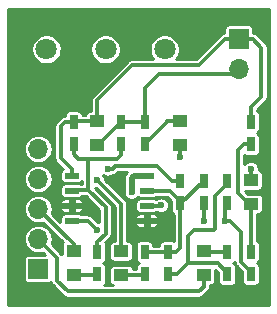
<source format=gtl>
G04 #@! TF.FileFunction,Copper,L1,Top,Signal*
%FSLAX46Y46*%
G04 Gerber Fmt 4.6, Leading zero omitted, Abs format (unit mm)*
G04 Created by KiCad (PCBNEW 4.0.4-1.fc24-product) date Tue Jun 12 13:44:11 2018*
%MOMM*%
%LPD*%
G01*
G04 APERTURE LIST*
%ADD10C,0.100000*%
%ADD11R,1.143000X0.508000*%
%ADD12R,0.750000X1.200000*%
%ADD13C,1.800000*%
%ADD14R,1.250000X1.000000*%
%ADD15R,1.700000X1.700000*%
%ADD16O,1.700000X1.700000*%
%ADD17C,0.600000*%
%ADD18C,0.300000*%
%ADD19C,0.500000*%
%ADD20C,0.250000*%
G04 APERTURE END LIST*
D10*
D11*
X157175000Y-100595000D03*
X157175000Y-101865000D03*
X157175000Y-103135000D03*
X157175000Y-104405000D03*
X150825000Y-104405000D03*
X150825000Y-103135000D03*
X150825000Y-101865000D03*
X150825000Y-100595000D03*
D12*
X159000000Y-107050000D03*
X159000000Y-108950000D03*
X157000000Y-108950000D03*
X157000000Y-107050000D03*
D13*
X158700000Y-89900000D03*
X153700000Y-89900000D03*
X148700000Y-89900000D03*
D12*
X151000000Y-97950000D03*
X151000000Y-96050000D03*
D14*
X153000000Y-96000000D03*
X153000000Y-98000000D03*
D12*
X155000000Y-96050000D03*
X155000000Y-97950000D03*
X157000000Y-96050000D03*
X157000000Y-97950000D03*
X164000000Y-101050000D03*
X164000000Y-102950000D03*
D14*
X160000000Y-96000000D03*
X160000000Y-98000000D03*
D12*
X160000000Y-101050000D03*
X160000000Y-102950000D03*
X162000000Y-102950000D03*
X162000000Y-101050000D03*
D14*
X166000000Y-103000000D03*
X166000000Y-101000000D03*
D12*
X164000000Y-108950000D03*
X164000000Y-107050000D03*
X166000000Y-97950000D03*
X166000000Y-96050000D03*
D15*
X165000000Y-89000000D03*
D16*
X165000000Y-91540000D03*
D15*
X148000000Y-108500000D03*
D16*
X148000000Y-105960000D03*
X148000000Y-103420000D03*
X148000000Y-100880000D03*
X148000000Y-98340000D03*
D14*
X151000000Y-109000000D03*
X151000000Y-107000000D03*
X162000000Y-107000000D03*
X162000000Y-109000000D03*
X155000000Y-109000000D03*
X155000000Y-107000000D03*
D12*
X153000000Y-107050000D03*
X153000000Y-108950000D03*
X166000000Y-108950000D03*
X166000000Y-107050000D03*
D17*
X166000000Y-99999988D03*
X152959990Y-105159990D03*
X160000000Y-99000000D03*
X155900000Y-102000000D03*
X153900000Y-100000000D03*
X158400000Y-103100000D03*
X163800000Y-104400000D03*
X162000000Y-104400000D03*
X155900000Y-105500000D03*
X155900000Y-103200000D03*
X151900000Y-103200000D03*
X153000000Y-101000000D03*
D18*
X148000000Y-103420000D02*
X151000000Y-106420000D01*
X151000000Y-106420000D02*
X151000000Y-107000000D01*
X157000000Y-97950000D02*
X158900000Y-96050000D01*
X158900000Y-96050000D02*
X158900000Y-96000000D01*
X158900000Y-96000000D02*
X160000000Y-96000000D01*
X157000000Y-97950000D02*
X157050000Y-97950000D01*
X164000000Y-107050000D02*
X162050000Y-107050000D01*
X162050000Y-107050000D02*
X162000000Y-107000000D01*
X163950000Y-107000000D02*
X164000000Y-107050000D01*
X166000000Y-101000000D02*
X166000000Y-99999988D01*
X152238500Y-101800000D02*
X153700000Y-103261500D01*
X153700000Y-103261500D02*
X153700000Y-105500000D01*
X153700000Y-105500000D02*
X153000000Y-106200000D01*
X153000000Y-106200000D02*
X153000000Y-107050000D01*
X154650000Y-99200000D02*
X152300000Y-99200000D01*
X152300000Y-99200000D02*
X151400000Y-99200000D01*
X152238500Y-101800000D02*
X152238500Y-99261500D01*
X152238500Y-99261500D02*
X152300000Y-99200000D01*
X150825000Y-101865000D02*
X150835000Y-101865000D01*
X150835000Y-101865000D02*
X150900000Y-101800000D01*
X150900000Y-101800000D02*
X152238500Y-101800000D01*
X151000000Y-98800000D02*
X151000000Y-97950000D01*
X151400000Y-99200000D02*
X151000000Y-98800000D01*
X154650000Y-99200000D02*
X155000000Y-98850000D01*
X155000000Y-98850000D02*
X155000000Y-97950000D01*
X155000000Y-97950000D02*
X155000000Y-98200000D01*
X152659991Y-104859991D02*
X152959990Y-105159990D01*
X152205000Y-104405000D02*
X152659991Y-104859991D01*
X150825000Y-104405000D02*
X152205000Y-104405000D01*
X160000000Y-98000000D02*
X160000000Y-99000000D01*
D19*
X155900000Y-101575736D02*
X155900000Y-102000000D01*
X155900000Y-100798500D02*
X155900000Y-101575736D01*
X157175000Y-100595000D02*
X156103500Y-100595000D01*
X156103500Y-100595000D02*
X155900000Y-100798500D01*
D18*
X160000000Y-101050000D02*
X159325000Y-101050000D01*
X154524264Y-99800000D02*
X154324264Y-100000000D01*
X159325000Y-101050000D02*
X158075000Y-99800000D01*
X158075000Y-99800000D02*
X154524264Y-99800000D01*
X154324264Y-100000000D02*
X153900000Y-100000000D01*
X158365000Y-103135000D02*
X158400000Y-103100000D01*
X157175000Y-103135000D02*
X158365000Y-103135000D01*
X163800000Y-104400000D02*
X164224264Y-104400000D01*
X164224264Y-104400000D02*
X165184999Y-105360735D01*
X165184999Y-105360735D02*
X165184999Y-107909999D01*
X165184999Y-107909999D02*
X166000000Y-108725000D01*
X166000000Y-108725000D02*
X166000000Y-108950000D01*
X163800000Y-104400000D02*
X163800000Y-103150000D01*
X163800000Y-103150000D02*
X164000000Y-102950000D01*
X162000000Y-102950000D02*
X162000000Y-104400000D01*
X150825000Y-103135000D02*
X151835000Y-103135000D01*
X151835000Y-103135000D02*
X151900000Y-103200000D01*
D19*
X157175000Y-104405000D02*
X156857500Y-104405000D01*
D18*
X155000000Y-109000000D02*
X156950000Y-109000000D01*
X156950000Y-109000000D02*
X157000000Y-108950000D01*
X151000000Y-109000000D02*
X152950000Y-109000000D01*
X152950000Y-109000000D02*
X153000000Y-108950000D01*
X155000000Y-107000000D02*
X155000000Y-106200000D01*
X155000000Y-106200000D02*
X155030013Y-106169987D01*
X155030013Y-106169987D02*
X155030013Y-103030013D01*
X155030013Y-103030013D02*
X153299999Y-101299999D01*
X153299999Y-101299999D02*
X153000000Y-101000000D01*
X148000000Y-105960000D02*
X149600000Y-107560000D01*
X149600000Y-107560000D02*
X149600000Y-109517002D01*
X149600000Y-109517002D02*
X150482998Y-110400000D01*
X150482998Y-110400000D02*
X161600000Y-110400000D01*
X161600000Y-110400000D02*
X162000000Y-110000000D01*
X162000000Y-110000000D02*
X162000000Y-109000000D01*
X157000000Y-93200000D02*
X157000000Y-96050000D01*
X157000000Y-93200000D02*
X158200000Y-92000000D01*
X158200000Y-92000000D02*
X164540000Y-92000000D01*
X164540000Y-92000000D02*
X165000000Y-91540000D01*
X157000000Y-96050000D02*
X155000000Y-96050000D01*
X153000000Y-98000000D02*
X153050000Y-98000000D01*
X153050000Y-98000000D02*
X155000000Y-96050000D01*
X149900000Y-96400000D02*
X149900000Y-99116000D01*
X153000000Y-94200000D02*
X153000000Y-96000000D01*
X166900000Y-93900000D02*
X166900000Y-89750000D01*
X166000000Y-96050000D02*
X166000000Y-94800000D01*
X166000000Y-94800000D02*
X166900000Y-93900000D01*
X150825000Y-100595000D02*
X150825000Y-100041000D01*
X150825000Y-100041000D02*
X149900000Y-99116000D01*
X149900000Y-96400000D02*
X150250000Y-96050000D01*
X150250000Y-96050000D02*
X151000000Y-96050000D01*
X166900000Y-89750000D02*
X166150000Y-89000000D01*
X166150000Y-89000000D02*
X165000000Y-89000000D01*
X153000000Y-94200000D02*
X155959999Y-91240001D01*
X155959999Y-91240001D02*
X161609999Y-91240001D01*
X161609999Y-91240001D02*
X163850000Y-89000000D01*
X163850000Y-89000000D02*
X165000000Y-89000000D01*
X151050000Y-96000000D02*
X151000000Y-96050000D01*
X153000000Y-96000000D02*
X151050000Y-96000000D01*
X164900000Y-89000000D02*
X165000000Y-89100000D01*
X164000000Y-108950000D02*
X164000000Y-108800000D01*
X164000000Y-108800000D02*
X163200000Y-108000000D01*
X163200000Y-108000000D02*
X160700000Y-108000000D01*
X164000000Y-101050000D02*
X164000000Y-101275000D01*
X160700000Y-108000000D02*
X159750000Y-108950000D01*
X164000000Y-101275000D02*
X162959998Y-102315002D01*
X162959998Y-102315002D02*
X162959998Y-105140002D01*
X162900000Y-105200000D02*
X161200000Y-105200000D01*
X162959998Y-105140002D02*
X162900000Y-105200000D01*
X160700000Y-105700000D02*
X160700000Y-108000000D01*
X161200000Y-105200000D02*
X160700000Y-105700000D01*
X159750000Y-108950000D02*
X159000000Y-108950000D01*
X164934999Y-98465001D02*
X164934999Y-102059999D01*
X166000000Y-103000000D02*
X165875000Y-103000000D01*
X165875000Y-103000000D02*
X164934999Y-102059999D01*
X164934999Y-98465001D02*
X165450000Y-97950000D01*
X165450000Y-97950000D02*
X166000000Y-97950000D01*
X166000000Y-103000000D02*
X165900000Y-103000000D01*
X166000000Y-107050000D02*
X166000000Y-106150000D01*
X166000000Y-106150000D02*
X166000000Y-103000000D01*
X160000000Y-102950000D02*
X160000000Y-106700000D01*
X160000000Y-106700000D02*
X159650000Y-107050000D01*
X159650000Y-107050000D02*
X159000000Y-107050000D01*
X159000000Y-107050000D02*
X157000000Y-107050000D01*
X160000000Y-102950000D02*
X160000000Y-102725000D01*
X160000000Y-102725000D02*
X159140000Y-101865000D01*
X159140000Y-101865000D02*
X158046500Y-101865000D01*
X158046500Y-101865000D02*
X157175000Y-101865000D01*
X160000000Y-102950000D02*
X160100000Y-102950000D01*
X160100000Y-102950000D02*
X162000000Y-101050000D01*
D20*
G36*
X167550000Y-111550000D02*
X145450000Y-111550000D01*
X145450000Y-103411448D01*
X146769103Y-103411448D01*
X146790771Y-103649542D01*
X146858273Y-103878893D01*
X146969037Y-104090765D01*
X147118844Y-104277088D01*
X147301988Y-104430764D01*
X147511494Y-104545941D01*
X147739381Y-104618231D01*
X147976969Y-104644881D01*
X147994073Y-104645000D01*
X148005927Y-104645000D01*
X148243864Y-104621670D01*
X148409269Y-104571731D01*
X150093128Y-106255590D01*
X150056678Y-106298357D01*
X150013104Y-106395022D01*
X149998186Y-106500000D01*
X149998186Y-107221307D01*
X149976378Y-107193988D01*
X149972591Y-107190149D01*
X149972525Y-107190067D01*
X149972449Y-107190005D01*
X149971231Y-107188769D01*
X149154583Y-106372121D01*
X149205907Y-106206320D01*
X149230897Y-105968552D01*
X149209229Y-105730458D01*
X149141727Y-105501107D01*
X149030963Y-105289235D01*
X148881156Y-105102912D01*
X148698012Y-104949236D01*
X148488506Y-104834059D01*
X148260619Y-104761769D01*
X148023031Y-104735119D01*
X148005927Y-104735000D01*
X147994073Y-104735000D01*
X147756136Y-104758330D01*
X147527262Y-104827431D01*
X147316168Y-104939671D01*
X147130896Y-105090776D01*
X146978502Y-105274989D01*
X146864791Y-105485293D01*
X146794093Y-105713680D01*
X146769103Y-105951448D01*
X146790771Y-106189542D01*
X146858273Y-106418893D01*
X146969037Y-106630765D01*
X147118844Y-106817088D01*
X147301988Y-106970764D01*
X147511494Y-107085941D01*
X147739381Y-107158231D01*
X147976969Y-107184881D01*
X147994073Y-107185000D01*
X148005927Y-107185000D01*
X148243864Y-107161670D01*
X148409269Y-107111731D01*
X148570724Y-107273186D01*
X147150000Y-107273186D01*
X147090283Y-107277948D01*
X146988996Y-107309315D01*
X146900457Y-107367657D01*
X146831678Y-107448357D01*
X146788104Y-107545022D01*
X146773186Y-107650000D01*
X146773186Y-109350000D01*
X146777948Y-109409717D01*
X146809315Y-109511004D01*
X146867657Y-109599543D01*
X146948357Y-109668322D01*
X147045022Y-109711896D01*
X147150000Y-109726814D01*
X148850000Y-109726814D01*
X148909717Y-109722052D01*
X149011004Y-109690685D01*
X149090779Y-109638118D01*
X149099001Y-109665352D01*
X149112545Y-109711970D01*
X149113814Y-109714419D01*
X149114613Y-109717064D01*
X149137407Y-109759934D01*
X149159698Y-109802937D01*
X149161418Y-109805091D01*
X149162716Y-109807533D01*
X149193398Y-109845152D01*
X149223622Y-109883014D01*
X149227409Y-109886853D01*
X149227475Y-109886935D01*
X149227551Y-109886997D01*
X149228769Y-109888233D01*
X150111767Y-110771231D01*
X150149227Y-110802001D01*
X150186390Y-110833185D01*
X150188812Y-110834516D01*
X150190943Y-110836267D01*
X150233676Y-110859180D01*
X150276178Y-110882546D01*
X150278808Y-110883380D01*
X150281243Y-110884686D01*
X150327685Y-110898885D01*
X150373844Y-110913527D01*
X150376582Y-110913834D01*
X150379228Y-110914643D01*
X150427529Y-110919549D01*
X150475668Y-110924949D01*
X150481062Y-110924987D01*
X150481165Y-110924997D01*
X150481261Y-110924988D01*
X150482998Y-110925000D01*
X161600000Y-110925000D01*
X161648205Y-110920273D01*
X161696575Y-110916042D01*
X161699233Y-110915270D01*
X161701973Y-110915001D01*
X161748350Y-110900999D01*
X161794968Y-110887455D01*
X161797417Y-110886186D01*
X161800062Y-110885387D01*
X161842932Y-110862593D01*
X161885935Y-110840302D01*
X161888089Y-110838582D01*
X161890531Y-110837284D01*
X161928150Y-110806602D01*
X161966012Y-110776378D01*
X161969851Y-110772591D01*
X161969933Y-110772525D01*
X161969995Y-110772449D01*
X161971231Y-110771231D01*
X162371231Y-110371231D01*
X162401979Y-110333797D01*
X162433185Y-110296608D01*
X162434518Y-110294183D01*
X162436266Y-110292055D01*
X162459150Y-110249377D01*
X162482546Y-110206820D01*
X162483381Y-110204188D01*
X162484685Y-110201756D01*
X162498875Y-110155344D01*
X162513527Y-110109154D01*
X162513834Y-110106415D01*
X162514643Y-110103770D01*
X162519549Y-110055469D01*
X162524949Y-110007330D01*
X162524987Y-110001936D01*
X162524997Y-110001833D01*
X162524988Y-110001737D01*
X162525000Y-110000000D01*
X162525000Y-109876814D01*
X162625000Y-109876814D01*
X162684717Y-109872052D01*
X162786004Y-109840685D01*
X162874543Y-109782343D01*
X162943322Y-109701643D01*
X162986896Y-109604978D01*
X163001814Y-109500000D01*
X163001814Y-108544276D01*
X163248186Y-108790648D01*
X163248186Y-109550000D01*
X163252948Y-109609717D01*
X163284315Y-109711004D01*
X163342657Y-109799543D01*
X163423357Y-109868322D01*
X163520022Y-109911896D01*
X163625000Y-109926814D01*
X164375000Y-109926814D01*
X164434717Y-109922052D01*
X164536004Y-109890685D01*
X164624543Y-109832343D01*
X164693322Y-109751643D01*
X164736896Y-109654978D01*
X164751814Y-109550000D01*
X164751814Y-108350000D01*
X164747052Y-108290283D01*
X164715685Y-108188996D01*
X164657343Y-108100457D01*
X164576643Y-108031678D01*
X164506188Y-107999919D01*
X164536004Y-107990685D01*
X164624543Y-107932343D01*
X164659999Y-107890742D01*
X164659999Y-107909999D01*
X164664726Y-107958204D01*
X164668957Y-108006574D01*
X164669729Y-108009232D01*
X164669998Y-108011972D01*
X164684000Y-108058349D01*
X164697544Y-108104967D01*
X164698813Y-108107416D01*
X164699612Y-108110061D01*
X164722406Y-108152931D01*
X164744697Y-108195934D01*
X164746417Y-108198088D01*
X164747715Y-108200530D01*
X164778397Y-108238149D01*
X164808621Y-108276011D01*
X164812408Y-108279850D01*
X164812474Y-108279932D01*
X164812550Y-108279994D01*
X164813768Y-108281230D01*
X165248186Y-108715648D01*
X165248186Y-109550000D01*
X165252948Y-109609717D01*
X165284315Y-109711004D01*
X165342657Y-109799543D01*
X165423357Y-109868322D01*
X165520022Y-109911896D01*
X165625000Y-109926814D01*
X166375000Y-109926814D01*
X166434717Y-109922052D01*
X166536004Y-109890685D01*
X166624543Y-109832343D01*
X166693322Y-109751643D01*
X166736896Y-109654978D01*
X166751814Y-109550000D01*
X166751814Y-108350000D01*
X166747052Y-108290283D01*
X166715685Y-108188996D01*
X166657343Y-108100457D01*
X166576643Y-108031678D01*
X166506188Y-107999919D01*
X166536004Y-107990685D01*
X166624543Y-107932343D01*
X166693322Y-107851643D01*
X166736896Y-107754978D01*
X166751814Y-107650000D01*
X166751814Y-106450000D01*
X166747052Y-106390283D01*
X166715685Y-106288996D01*
X166657343Y-106200457D01*
X166576643Y-106131678D01*
X166525000Y-106108399D01*
X166525000Y-103876814D01*
X166625000Y-103876814D01*
X166684717Y-103872052D01*
X166786004Y-103840685D01*
X166874543Y-103782343D01*
X166943322Y-103701643D01*
X166986896Y-103604978D01*
X167001814Y-103500000D01*
X167001814Y-102500000D01*
X166997052Y-102440283D01*
X166965685Y-102338996D01*
X166907343Y-102250457D01*
X166826643Y-102181678D01*
X166729978Y-102138104D01*
X166625000Y-102123186D01*
X165740648Y-102123186D01*
X165494276Y-101876814D01*
X166625000Y-101876814D01*
X166684717Y-101872052D01*
X166786004Y-101840685D01*
X166874543Y-101782343D01*
X166943322Y-101701643D01*
X166986896Y-101604978D01*
X167001814Y-101500000D01*
X167001814Y-100500000D01*
X166997052Y-100440283D01*
X166965685Y-100338996D01*
X166907343Y-100250457D01*
X166826643Y-100181678D01*
X166729978Y-100138104D01*
X166663014Y-100128588D01*
X166672918Y-100084997D01*
X166675029Y-99933801D01*
X166649317Y-99803948D01*
X166598873Y-99681561D01*
X166525618Y-99571304D01*
X166432343Y-99477375D01*
X166322600Y-99403352D01*
X166200569Y-99352055D01*
X166070898Y-99325438D01*
X165938527Y-99324513D01*
X165808497Y-99349318D01*
X165685762Y-99398906D01*
X165574996Y-99471390D01*
X165480418Y-99564007D01*
X165459999Y-99593828D01*
X165459999Y-98884839D01*
X165520022Y-98911896D01*
X165625000Y-98926814D01*
X166375000Y-98926814D01*
X166434717Y-98922052D01*
X166536004Y-98890685D01*
X166624543Y-98832343D01*
X166693322Y-98751643D01*
X166736896Y-98654978D01*
X166751814Y-98550000D01*
X166751814Y-97350000D01*
X166747052Y-97290283D01*
X166715685Y-97188996D01*
X166657343Y-97100457D01*
X166576643Y-97031678D01*
X166506188Y-96999919D01*
X166536004Y-96990685D01*
X166624543Y-96932343D01*
X166693322Y-96851643D01*
X166736896Y-96754978D01*
X166751814Y-96650000D01*
X166751814Y-95450000D01*
X166747052Y-95390283D01*
X166715685Y-95288996D01*
X166657343Y-95200457D01*
X166576643Y-95131678D01*
X166525000Y-95108399D01*
X166525000Y-95017462D01*
X167271231Y-94271231D01*
X167301979Y-94233797D01*
X167333185Y-94196608D01*
X167334518Y-94194183D01*
X167336266Y-94192055D01*
X167359140Y-94149396D01*
X167382546Y-94106820D01*
X167383382Y-94104186D01*
X167384685Y-94101755D01*
X167398870Y-94055358D01*
X167413527Y-94009154D01*
X167413834Y-94006415D01*
X167414643Y-94003770D01*
X167419549Y-93955469D01*
X167424949Y-93907330D01*
X167424987Y-93901936D01*
X167424997Y-93901833D01*
X167424988Y-93901737D01*
X167425000Y-93900000D01*
X167425000Y-89750000D01*
X167420268Y-89701745D01*
X167416041Y-89653425D01*
X167415270Y-89650772D01*
X167415001Y-89648027D01*
X167400987Y-89601609D01*
X167387455Y-89555032D01*
X167386186Y-89552583D01*
X167385387Y-89549938D01*
X167362593Y-89507068D01*
X167340302Y-89464065D01*
X167338582Y-89461911D01*
X167337284Y-89459469D01*
X167306602Y-89421850D01*
X167276378Y-89383988D01*
X167272591Y-89380149D01*
X167272525Y-89380067D01*
X167272449Y-89380005D01*
X167271231Y-89378769D01*
X166521231Y-88628769D01*
X166483797Y-88598021D01*
X166446608Y-88566815D01*
X166444183Y-88565482D01*
X166442055Y-88563734D01*
X166399361Y-88540841D01*
X166356820Y-88517454D01*
X166354190Y-88516620D01*
X166351755Y-88515314D01*
X166305313Y-88501115D01*
X166259154Y-88486473D01*
X166256416Y-88486166D01*
X166253770Y-88485357D01*
X166226814Y-88482619D01*
X166226814Y-88150000D01*
X166222052Y-88090283D01*
X166190685Y-87988996D01*
X166132343Y-87900457D01*
X166051643Y-87831678D01*
X165954978Y-87788104D01*
X165850000Y-87773186D01*
X164150000Y-87773186D01*
X164090283Y-87777948D01*
X163988996Y-87809315D01*
X163900457Y-87867657D01*
X163831678Y-87948357D01*
X163788104Y-88045022D01*
X163773186Y-88150000D01*
X163773186Y-88482229D01*
X163753426Y-88483958D01*
X163750768Y-88484730D01*
X163748027Y-88484999D01*
X163701684Y-88498990D01*
X163655032Y-88512544D01*
X163652578Y-88513816D01*
X163649938Y-88514613D01*
X163607104Y-88537388D01*
X163564065Y-88559698D01*
X163561911Y-88561418D01*
X163559469Y-88562716D01*
X163521850Y-88593398D01*
X163483988Y-88623622D01*
X163480149Y-88627409D01*
X163480067Y-88627475D01*
X163480005Y-88627551D01*
X163478769Y-88628769D01*
X161392537Y-90715001D01*
X159685458Y-90715001D01*
X159813970Y-90532823D01*
X159915671Y-90304400D01*
X159971067Y-90060573D01*
X159975054Y-89774980D01*
X159926488Y-89529701D01*
X159831205Y-89298528D01*
X159692835Y-89090264D01*
X159516648Y-88912842D01*
X159309355Y-88773022D01*
X159078852Y-88676127D01*
X158833919Y-88625849D01*
X158583884Y-88624104D01*
X158338273Y-88670957D01*
X158106439Y-88764623D01*
X157897215Y-88901536D01*
X157718568Y-89076480D01*
X157577303Y-89282792D01*
X157478802Y-89512613D01*
X157426815Y-89757189D01*
X157423324Y-90007205D01*
X157468461Y-90253138D01*
X157560507Y-90485620D01*
X157695956Y-90695795D01*
X157714503Y-90715001D01*
X155959999Y-90715001D01*
X155911790Y-90719728D01*
X155863425Y-90723959D01*
X155860767Y-90724731D01*
X155858026Y-90725000D01*
X155811683Y-90738991D01*
X155765031Y-90752545D01*
X155762577Y-90753817D01*
X155759937Y-90754614D01*
X155717103Y-90777389D01*
X155674064Y-90799699D01*
X155671910Y-90801419D01*
X155669468Y-90802717D01*
X155631849Y-90833399D01*
X155593987Y-90863623D01*
X155590148Y-90867410D01*
X155590066Y-90867476D01*
X155590004Y-90867552D01*
X155588768Y-90868770D01*
X152628769Y-93828769D01*
X152598021Y-93866203D01*
X152566815Y-93903392D01*
X152565482Y-93905817D01*
X152563734Y-93907945D01*
X152540841Y-93950639D01*
X152517454Y-93993180D01*
X152516620Y-93995810D01*
X152515314Y-93998245D01*
X152501115Y-94044687D01*
X152486473Y-94090846D01*
X152486166Y-94093584D01*
X152485357Y-94096230D01*
X152480451Y-94144531D01*
X152475051Y-94192670D01*
X152475013Y-94198064D01*
X152475003Y-94198167D01*
X152475012Y-94198263D01*
X152475000Y-94200000D01*
X152475000Y-95123186D01*
X152375000Y-95123186D01*
X152315283Y-95127948D01*
X152213996Y-95159315D01*
X152125457Y-95217657D01*
X152056678Y-95298357D01*
X152013104Y-95395022D01*
X152001739Y-95475000D01*
X151751814Y-95475000D01*
X151751814Y-95450000D01*
X151747052Y-95390283D01*
X151715685Y-95288996D01*
X151657343Y-95200457D01*
X151576643Y-95131678D01*
X151479978Y-95088104D01*
X151375000Y-95073186D01*
X150625000Y-95073186D01*
X150565283Y-95077948D01*
X150463996Y-95109315D01*
X150375457Y-95167657D01*
X150306678Y-95248357D01*
X150263104Y-95345022D01*
X150248186Y-95450000D01*
X150248186Y-95525178D01*
X150201791Y-95529727D01*
X150153426Y-95533958D01*
X150150768Y-95534730D01*
X150148027Y-95534999D01*
X150101684Y-95548990D01*
X150055032Y-95562544D01*
X150052578Y-95563816D01*
X150049938Y-95564613D01*
X150007104Y-95587388D01*
X149964065Y-95609698D01*
X149961911Y-95611418D01*
X149959469Y-95612716D01*
X149921850Y-95643398D01*
X149883988Y-95673622D01*
X149880149Y-95677409D01*
X149880067Y-95677475D01*
X149880005Y-95677551D01*
X149878769Y-95678769D01*
X149528769Y-96028769D01*
X149498021Y-96066203D01*
X149466815Y-96103392D01*
X149465482Y-96105817D01*
X149463734Y-96107945D01*
X149440841Y-96150639D01*
X149417454Y-96193180D01*
X149416620Y-96195810D01*
X149415314Y-96198245D01*
X149401115Y-96244687D01*
X149386473Y-96290846D01*
X149386166Y-96293584D01*
X149385357Y-96296230D01*
X149380451Y-96344531D01*
X149375051Y-96392670D01*
X149375013Y-96398064D01*
X149375003Y-96398167D01*
X149375012Y-96398263D01*
X149375000Y-96400000D01*
X149375000Y-99116000D01*
X149379727Y-99164205D01*
X149383958Y-99212575D01*
X149384730Y-99215233D01*
X149384999Y-99217973D01*
X149399001Y-99264350D01*
X149412545Y-99310968D01*
X149413814Y-99313417D01*
X149414613Y-99316062D01*
X149437407Y-99358932D01*
X149459698Y-99401935D01*
X149461418Y-99404089D01*
X149462716Y-99406531D01*
X149493398Y-99444150D01*
X149523622Y-99482012D01*
X149527409Y-99485851D01*
X149527475Y-99485933D01*
X149527551Y-99485995D01*
X149528769Y-99487231D01*
X150061969Y-100020431D01*
X150003957Y-100058657D01*
X149935178Y-100139357D01*
X149891604Y-100236022D01*
X149876686Y-100341000D01*
X149876686Y-100849000D01*
X149881448Y-100908717D01*
X149912815Y-101010004D01*
X149971157Y-101098543D01*
X150051857Y-101167322D01*
X150148522Y-101210896D01*
X150253500Y-101225814D01*
X151396500Y-101225814D01*
X151456217Y-101221052D01*
X151557504Y-101189685D01*
X151646043Y-101131343D01*
X151713500Y-101052194D01*
X151713500Y-101275000D01*
X151558926Y-101275000D01*
X151501478Y-101249104D01*
X151396500Y-101234186D01*
X150253500Y-101234186D01*
X150193783Y-101238948D01*
X150092496Y-101270315D01*
X150003957Y-101328657D01*
X149935178Y-101409357D01*
X149891604Y-101506022D01*
X149876686Y-101611000D01*
X149876686Y-102119000D01*
X149881448Y-102178717D01*
X149912815Y-102280004D01*
X149971157Y-102368543D01*
X150051857Y-102437322D01*
X150148522Y-102480896D01*
X150253500Y-102495814D01*
X151396500Y-102495814D01*
X151456217Y-102491052D01*
X151557504Y-102459685D01*
X151646043Y-102401343D01*
X151711109Y-102325000D01*
X152021038Y-102325000D01*
X153175000Y-103478962D01*
X153175000Y-104518127D01*
X153160559Y-104512057D01*
X153030888Y-104485440D01*
X153027881Y-104485419D01*
X152576231Y-104033769D01*
X152538797Y-104003021D01*
X152501608Y-103971815D01*
X152499183Y-103970482D01*
X152497055Y-103968734D01*
X152454361Y-103945841D01*
X152411820Y-103922454D01*
X152409190Y-103921620D01*
X152406755Y-103920314D01*
X152360313Y-103906115D01*
X152314154Y-103891473D01*
X152311416Y-103891166D01*
X152308770Y-103890357D01*
X152260469Y-103885451D01*
X152212330Y-103880051D01*
X152206936Y-103880013D01*
X152206833Y-103880003D01*
X152206737Y-103880012D01*
X152205000Y-103880000D01*
X151653667Y-103880000D01*
X151598143Y-103832678D01*
X151501478Y-103789104D01*
X151396500Y-103774186D01*
X150253500Y-103774186D01*
X150193783Y-103778948D01*
X150092496Y-103810315D01*
X150003957Y-103868657D01*
X149935178Y-103949357D01*
X149891604Y-104046022D01*
X149876686Y-104151000D01*
X149876686Y-104554224D01*
X149154583Y-103832121D01*
X149205907Y-103666320D01*
X149230897Y-103428552D01*
X149224272Y-103355750D01*
X149878500Y-103355750D01*
X149878500Y-103425934D01*
X149892911Y-103498383D01*
X149921179Y-103566629D01*
X149962218Y-103628048D01*
X150014451Y-103680281D01*
X150075871Y-103721321D01*
X150144116Y-103749589D01*
X150216565Y-103764000D01*
X150556250Y-103764000D01*
X150650000Y-103670250D01*
X150650000Y-103262000D01*
X151000000Y-103262000D01*
X151000000Y-103670250D01*
X151093750Y-103764000D01*
X151433435Y-103764000D01*
X151505884Y-103749589D01*
X151574129Y-103721321D01*
X151635549Y-103680281D01*
X151687782Y-103628048D01*
X151728821Y-103566629D01*
X151757089Y-103498383D01*
X151771500Y-103425934D01*
X151771500Y-103355750D01*
X151677750Y-103262000D01*
X151000000Y-103262000D01*
X150650000Y-103262000D01*
X149972250Y-103262000D01*
X149878500Y-103355750D01*
X149224272Y-103355750D01*
X149209229Y-103190458D01*
X149141727Y-102961107D01*
X149080540Y-102844066D01*
X149878500Y-102844066D01*
X149878500Y-102914250D01*
X149972250Y-103008000D01*
X150650000Y-103008000D01*
X150650000Y-102599750D01*
X151000000Y-102599750D01*
X151000000Y-103008000D01*
X151677750Y-103008000D01*
X151771500Y-102914250D01*
X151771500Y-102844066D01*
X151757089Y-102771617D01*
X151728821Y-102703371D01*
X151687782Y-102641952D01*
X151635549Y-102589719D01*
X151574129Y-102548679D01*
X151505884Y-102520411D01*
X151433435Y-102506000D01*
X151093750Y-102506000D01*
X151000000Y-102599750D01*
X150650000Y-102599750D01*
X150556250Y-102506000D01*
X150216565Y-102506000D01*
X150144116Y-102520411D01*
X150075871Y-102548679D01*
X150014451Y-102589719D01*
X149962218Y-102641952D01*
X149921179Y-102703371D01*
X149892911Y-102771617D01*
X149878500Y-102844066D01*
X149080540Y-102844066D01*
X149030963Y-102749235D01*
X148881156Y-102562912D01*
X148698012Y-102409236D01*
X148488506Y-102294059D01*
X148260619Y-102221769D01*
X148023031Y-102195119D01*
X148005927Y-102195000D01*
X147994073Y-102195000D01*
X147756136Y-102218330D01*
X147527262Y-102287431D01*
X147316168Y-102399671D01*
X147130896Y-102550776D01*
X146978502Y-102734989D01*
X146864791Y-102945293D01*
X146794093Y-103173680D01*
X146769103Y-103411448D01*
X145450000Y-103411448D01*
X145450000Y-100871448D01*
X146769103Y-100871448D01*
X146790771Y-101109542D01*
X146858273Y-101338893D01*
X146969037Y-101550765D01*
X147118844Y-101737088D01*
X147301988Y-101890764D01*
X147511494Y-102005941D01*
X147739381Y-102078231D01*
X147976969Y-102104881D01*
X147994073Y-102105000D01*
X148005927Y-102105000D01*
X148243864Y-102081670D01*
X148472738Y-102012569D01*
X148683832Y-101900329D01*
X148869104Y-101749224D01*
X149021498Y-101565011D01*
X149135209Y-101354707D01*
X149205907Y-101126320D01*
X149230897Y-100888552D01*
X149209229Y-100650458D01*
X149141727Y-100421107D01*
X149030963Y-100209235D01*
X148881156Y-100022912D01*
X148698012Y-99869236D01*
X148488506Y-99754059D01*
X148260619Y-99681769D01*
X148023031Y-99655119D01*
X148005927Y-99655000D01*
X147994073Y-99655000D01*
X147756136Y-99678330D01*
X147527262Y-99747431D01*
X147316168Y-99859671D01*
X147130896Y-100010776D01*
X146978502Y-100194989D01*
X146864791Y-100405293D01*
X146794093Y-100633680D01*
X146769103Y-100871448D01*
X145450000Y-100871448D01*
X145450000Y-98331448D01*
X146769103Y-98331448D01*
X146790771Y-98569542D01*
X146858273Y-98798893D01*
X146969037Y-99010765D01*
X147118844Y-99197088D01*
X147301988Y-99350764D01*
X147511494Y-99465941D01*
X147739381Y-99538231D01*
X147976969Y-99564881D01*
X147994073Y-99565000D01*
X148005927Y-99565000D01*
X148243864Y-99541670D01*
X148472738Y-99472569D01*
X148683832Y-99360329D01*
X148869104Y-99209224D01*
X149021498Y-99025011D01*
X149135209Y-98814707D01*
X149205907Y-98586320D01*
X149230897Y-98348552D01*
X149209229Y-98110458D01*
X149141727Y-97881107D01*
X149030963Y-97669235D01*
X148881156Y-97482912D01*
X148698012Y-97329236D01*
X148488506Y-97214059D01*
X148260619Y-97141769D01*
X148023031Y-97115119D01*
X148005927Y-97115000D01*
X147994073Y-97115000D01*
X147756136Y-97138330D01*
X147527262Y-97207431D01*
X147316168Y-97319671D01*
X147130896Y-97470776D01*
X146978502Y-97654989D01*
X146864791Y-97865293D01*
X146794093Y-98093680D01*
X146769103Y-98331448D01*
X145450000Y-98331448D01*
X145450000Y-90007205D01*
X147423324Y-90007205D01*
X147468461Y-90253138D01*
X147560507Y-90485620D01*
X147695956Y-90695795D01*
X147869649Y-90875659D01*
X148074969Y-91018361D01*
X148304097Y-91118464D01*
X148548305Y-91172157D01*
X148798290Y-91177393D01*
X149044532Y-91133974D01*
X149277650Y-91043553D01*
X149488766Y-90909575D01*
X149669839Y-90737142D01*
X149813970Y-90532823D01*
X149915671Y-90304400D01*
X149971067Y-90060573D01*
X149971812Y-90007205D01*
X152423324Y-90007205D01*
X152468461Y-90253138D01*
X152560507Y-90485620D01*
X152695956Y-90695795D01*
X152869649Y-90875659D01*
X153074969Y-91018361D01*
X153304097Y-91118464D01*
X153548305Y-91172157D01*
X153798290Y-91177393D01*
X154044532Y-91133974D01*
X154277650Y-91043553D01*
X154488766Y-90909575D01*
X154669839Y-90737142D01*
X154813970Y-90532823D01*
X154915671Y-90304400D01*
X154971067Y-90060573D01*
X154975054Y-89774980D01*
X154926488Y-89529701D01*
X154831205Y-89298528D01*
X154692835Y-89090264D01*
X154516648Y-88912842D01*
X154309355Y-88773022D01*
X154078852Y-88676127D01*
X153833919Y-88625849D01*
X153583884Y-88624104D01*
X153338273Y-88670957D01*
X153106439Y-88764623D01*
X152897215Y-88901536D01*
X152718568Y-89076480D01*
X152577303Y-89282792D01*
X152478802Y-89512613D01*
X152426815Y-89757189D01*
X152423324Y-90007205D01*
X149971812Y-90007205D01*
X149975054Y-89774980D01*
X149926488Y-89529701D01*
X149831205Y-89298528D01*
X149692835Y-89090264D01*
X149516648Y-88912842D01*
X149309355Y-88773022D01*
X149078852Y-88676127D01*
X148833919Y-88625849D01*
X148583884Y-88624104D01*
X148338273Y-88670957D01*
X148106439Y-88764623D01*
X147897215Y-88901536D01*
X147718568Y-89076480D01*
X147577303Y-89282792D01*
X147478802Y-89512613D01*
X147426815Y-89757189D01*
X147423324Y-90007205D01*
X145450000Y-90007205D01*
X145450000Y-86450000D01*
X167550000Y-86450000D01*
X167550000Y-111550000D01*
X167550000Y-111550000D01*
G37*
X167550000Y-111550000D02*
X145450000Y-111550000D01*
X145450000Y-103411448D01*
X146769103Y-103411448D01*
X146790771Y-103649542D01*
X146858273Y-103878893D01*
X146969037Y-104090765D01*
X147118844Y-104277088D01*
X147301988Y-104430764D01*
X147511494Y-104545941D01*
X147739381Y-104618231D01*
X147976969Y-104644881D01*
X147994073Y-104645000D01*
X148005927Y-104645000D01*
X148243864Y-104621670D01*
X148409269Y-104571731D01*
X150093128Y-106255590D01*
X150056678Y-106298357D01*
X150013104Y-106395022D01*
X149998186Y-106500000D01*
X149998186Y-107221307D01*
X149976378Y-107193988D01*
X149972591Y-107190149D01*
X149972525Y-107190067D01*
X149972449Y-107190005D01*
X149971231Y-107188769D01*
X149154583Y-106372121D01*
X149205907Y-106206320D01*
X149230897Y-105968552D01*
X149209229Y-105730458D01*
X149141727Y-105501107D01*
X149030963Y-105289235D01*
X148881156Y-105102912D01*
X148698012Y-104949236D01*
X148488506Y-104834059D01*
X148260619Y-104761769D01*
X148023031Y-104735119D01*
X148005927Y-104735000D01*
X147994073Y-104735000D01*
X147756136Y-104758330D01*
X147527262Y-104827431D01*
X147316168Y-104939671D01*
X147130896Y-105090776D01*
X146978502Y-105274989D01*
X146864791Y-105485293D01*
X146794093Y-105713680D01*
X146769103Y-105951448D01*
X146790771Y-106189542D01*
X146858273Y-106418893D01*
X146969037Y-106630765D01*
X147118844Y-106817088D01*
X147301988Y-106970764D01*
X147511494Y-107085941D01*
X147739381Y-107158231D01*
X147976969Y-107184881D01*
X147994073Y-107185000D01*
X148005927Y-107185000D01*
X148243864Y-107161670D01*
X148409269Y-107111731D01*
X148570724Y-107273186D01*
X147150000Y-107273186D01*
X147090283Y-107277948D01*
X146988996Y-107309315D01*
X146900457Y-107367657D01*
X146831678Y-107448357D01*
X146788104Y-107545022D01*
X146773186Y-107650000D01*
X146773186Y-109350000D01*
X146777948Y-109409717D01*
X146809315Y-109511004D01*
X146867657Y-109599543D01*
X146948357Y-109668322D01*
X147045022Y-109711896D01*
X147150000Y-109726814D01*
X148850000Y-109726814D01*
X148909717Y-109722052D01*
X149011004Y-109690685D01*
X149090779Y-109638118D01*
X149099001Y-109665352D01*
X149112545Y-109711970D01*
X149113814Y-109714419D01*
X149114613Y-109717064D01*
X149137407Y-109759934D01*
X149159698Y-109802937D01*
X149161418Y-109805091D01*
X149162716Y-109807533D01*
X149193398Y-109845152D01*
X149223622Y-109883014D01*
X149227409Y-109886853D01*
X149227475Y-109886935D01*
X149227551Y-109886997D01*
X149228769Y-109888233D01*
X150111767Y-110771231D01*
X150149227Y-110802001D01*
X150186390Y-110833185D01*
X150188812Y-110834516D01*
X150190943Y-110836267D01*
X150233676Y-110859180D01*
X150276178Y-110882546D01*
X150278808Y-110883380D01*
X150281243Y-110884686D01*
X150327685Y-110898885D01*
X150373844Y-110913527D01*
X150376582Y-110913834D01*
X150379228Y-110914643D01*
X150427529Y-110919549D01*
X150475668Y-110924949D01*
X150481062Y-110924987D01*
X150481165Y-110924997D01*
X150481261Y-110924988D01*
X150482998Y-110925000D01*
X161600000Y-110925000D01*
X161648205Y-110920273D01*
X161696575Y-110916042D01*
X161699233Y-110915270D01*
X161701973Y-110915001D01*
X161748350Y-110900999D01*
X161794968Y-110887455D01*
X161797417Y-110886186D01*
X161800062Y-110885387D01*
X161842932Y-110862593D01*
X161885935Y-110840302D01*
X161888089Y-110838582D01*
X161890531Y-110837284D01*
X161928150Y-110806602D01*
X161966012Y-110776378D01*
X161969851Y-110772591D01*
X161969933Y-110772525D01*
X161969995Y-110772449D01*
X161971231Y-110771231D01*
X162371231Y-110371231D01*
X162401979Y-110333797D01*
X162433185Y-110296608D01*
X162434518Y-110294183D01*
X162436266Y-110292055D01*
X162459150Y-110249377D01*
X162482546Y-110206820D01*
X162483381Y-110204188D01*
X162484685Y-110201756D01*
X162498875Y-110155344D01*
X162513527Y-110109154D01*
X162513834Y-110106415D01*
X162514643Y-110103770D01*
X162519549Y-110055469D01*
X162524949Y-110007330D01*
X162524987Y-110001936D01*
X162524997Y-110001833D01*
X162524988Y-110001737D01*
X162525000Y-110000000D01*
X162525000Y-109876814D01*
X162625000Y-109876814D01*
X162684717Y-109872052D01*
X162786004Y-109840685D01*
X162874543Y-109782343D01*
X162943322Y-109701643D01*
X162986896Y-109604978D01*
X163001814Y-109500000D01*
X163001814Y-108544276D01*
X163248186Y-108790648D01*
X163248186Y-109550000D01*
X163252948Y-109609717D01*
X163284315Y-109711004D01*
X163342657Y-109799543D01*
X163423357Y-109868322D01*
X163520022Y-109911896D01*
X163625000Y-109926814D01*
X164375000Y-109926814D01*
X164434717Y-109922052D01*
X164536004Y-109890685D01*
X164624543Y-109832343D01*
X164693322Y-109751643D01*
X164736896Y-109654978D01*
X164751814Y-109550000D01*
X164751814Y-108350000D01*
X164747052Y-108290283D01*
X164715685Y-108188996D01*
X164657343Y-108100457D01*
X164576643Y-108031678D01*
X164506188Y-107999919D01*
X164536004Y-107990685D01*
X164624543Y-107932343D01*
X164659999Y-107890742D01*
X164659999Y-107909999D01*
X164664726Y-107958204D01*
X164668957Y-108006574D01*
X164669729Y-108009232D01*
X164669998Y-108011972D01*
X164684000Y-108058349D01*
X164697544Y-108104967D01*
X164698813Y-108107416D01*
X164699612Y-108110061D01*
X164722406Y-108152931D01*
X164744697Y-108195934D01*
X164746417Y-108198088D01*
X164747715Y-108200530D01*
X164778397Y-108238149D01*
X164808621Y-108276011D01*
X164812408Y-108279850D01*
X164812474Y-108279932D01*
X164812550Y-108279994D01*
X164813768Y-108281230D01*
X165248186Y-108715648D01*
X165248186Y-109550000D01*
X165252948Y-109609717D01*
X165284315Y-109711004D01*
X165342657Y-109799543D01*
X165423357Y-109868322D01*
X165520022Y-109911896D01*
X165625000Y-109926814D01*
X166375000Y-109926814D01*
X166434717Y-109922052D01*
X166536004Y-109890685D01*
X166624543Y-109832343D01*
X166693322Y-109751643D01*
X166736896Y-109654978D01*
X166751814Y-109550000D01*
X166751814Y-108350000D01*
X166747052Y-108290283D01*
X166715685Y-108188996D01*
X166657343Y-108100457D01*
X166576643Y-108031678D01*
X166506188Y-107999919D01*
X166536004Y-107990685D01*
X166624543Y-107932343D01*
X166693322Y-107851643D01*
X166736896Y-107754978D01*
X166751814Y-107650000D01*
X166751814Y-106450000D01*
X166747052Y-106390283D01*
X166715685Y-106288996D01*
X166657343Y-106200457D01*
X166576643Y-106131678D01*
X166525000Y-106108399D01*
X166525000Y-103876814D01*
X166625000Y-103876814D01*
X166684717Y-103872052D01*
X166786004Y-103840685D01*
X166874543Y-103782343D01*
X166943322Y-103701643D01*
X166986896Y-103604978D01*
X167001814Y-103500000D01*
X167001814Y-102500000D01*
X166997052Y-102440283D01*
X166965685Y-102338996D01*
X166907343Y-102250457D01*
X166826643Y-102181678D01*
X166729978Y-102138104D01*
X166625000Y-102123186D01*
X165740648Y-102123186D01*
X165494276Y-101876814D01*
X166625000Y-101876814D01*
X166684717Y-101872052D01*
X166786004Y-101840685D01*
X166874543Y-101782343D01*
X166943322Y-101701643D01*
X166986896Y-101604978D01*
X167001814Y-101500000D01*
X167001814Y-100500000D01*
X166997052Y-100440283D01*
X166965685Y-100338996D01*
X166907343Y-100250457D01*
X166826643Y-100181678D01*
X166729978Y-100138104D01*
X166663014Y-100128588D01*
X166672918Y-100084997D01*
X166675029Y-99933801D01*
X166649317Y-99803948D01*
X166598873Y-99681561D01*
X166525618Y-99571304D01*
X166432343Y-99477375D01*
X166322600Y-99403352D01*
X166200569Y-99352055D01*
X166070898Y-99325438D01*
X165938527Y-99324513D01*
X165808497Y-99349318D01*
X165685762Y-99398906D01*
X165574996Y-99471390D01*
X165480418Y-99564007D01*
X165459999Y-99593828D01*
X165459999Y-98884839D01*
X165520022Y-98911896D01*
X165625000Y-98926814D01*
X166375000Y-98926814D01*
X166434717Y-98922052D01*
X166536004Y-98890685D01*
X166624543Y-98832343D01*
X166693322Y-98751643D01*
X166736896Y-98654978D01*
X166751814Y-98550000D01*
X166751814Y-97350000D01*
X166747052Y-97290283D01*
X166715685Y-97188996D01*
X166657343Y-97100457D01*
X166576643Y-97031678D01*
X166506188Y-96999919D01*
X166536004Y-96990685D01*
X166624543Y-96932343D01*
X166693322Y-96851643D01*
X166736896Y-96754978D01*
X166751814Y-96650000D01*
X166751814Y-95450000D01*
X166747052Y-95390283D01*
X166715685Y-95288996D01*
X166657343Y-95200457D01*
X166576643Y-95131678D01*
X166525000Y-95108399D01*
X166525000Y-95017462D01*
X167271231Y-94271231D01*
X167301979Y-94233797D01*
X167333185Y-94196608D01*
X167334518Y-94194183D01*
X167336266Y-94192055D01*
X167359140Y-94149396D01*
X167382546Y-94106820D01*
X167383382Y-94104186D01*
X167384685Y-94101755D01*
X167398870Y-94055358D01*
X167413527Y-94009154D01*
X167413834Y-94006415D01*
X167414643Y-94003770D01*
X167419549Y-93955469D01*
X167424949Y-93907330D01*
X167424987Y-93901936D01*
X167424997Y-93901833D01*
X167424988Y-93901737D01*
X167425000Y-93900000D01*
X167425000Y-89750000D01*
X167420268Y-89701745D01*
X167416041Y-89653425D01*
X167415270Y-89650772D01*
X167415001Y-89648027D01*
X167400987Y-89601609D01*
X167387455Y-89555032D01*
X167386186Y-89552583D01*
X167385387Y-89549938D01*
X167362593Y-89507068D01*
X167340302Y-89464065D01*
X167338582Y-89461911D01*
X167337284Y-89459469D01*
X167306602Y-89421850D01*
X167276378Y-89383988D01*
X167272591Y-89380149D01*
X167272525Y-89380067D01*
X167272449Y-89380005D01*
X167271231Y-89378769D01*
X166521231Y-88628769D01*
X166483797Y-88598021D01*
X166446608Y-88566815D01*
X166444183Y-88565482D01*
X166442055Y-88563734D01*
X166399361Y-88540841D01*
X166356820Y-88517454D01*
X166354190Y-88516620D01*
X166351755Y-88515314D01*
X166305313Y-88501115D01*
X166259154Y-88486473D01*
X166256416Y-88486166D01*
X166253770Y-88485357D01*
X166226814Y-88482619D01*
X166226814Y-88150000D01*
X166222052Y-88090283D01*
X166190685Y-87988996D01*
X166132343Y-87900457D01*
X166051643Y-87831678D01*
X165954978Y-87788104D01*
X165850000Y-87773186D01*
X164150000Y-87773186D01*
X164090283Y-87777948D01*
X163988996Y-87809315D01*
X163900457Y-87867657D01*
X163831678Y-87948357D01*
X163788104Y-88045022D01*
X163773186Y-88150000D01*
X163773186Y-88482229D01*
X163753426Y-88483958D01*
X163750768Y-88484730D01*
X163748027Y-88484999D01*
X163701684Y-88498990D01*
X163655032Y-88512544D01*
X163652578Y-88513816D01*
X163649938Y-88514613D01*
X163607104Y-88537388D01*
X163564065Y-88559698D01*
X163561911Y-88561418D01*
X163559469Y-88562716D01*
X163521850Y-88593398D01*
X163483988Y-88623622D01*
X163480149Y-88627409D01*
X163480067Y-88627475D01*
X163480005Y-88627551D01*
X163478769Y-88628769D01*
X161392537Y-90715001D01*
X159685458Y-90715001D01*
X159813970Y-90532823D01*
X159915671Y-90304400D01*
X159971067Y-90060573D01*
X159975054Y-89774980D01*
X159926488Y-89529701D01*
X159831205Y-89298528D01*
X159692835Y-89090264D01*
X159516648Y-88912842D01*
X159309355Y-88773022D01*
X159078852Y-88676127D01*
X158833919Y-88625849D01*
X158583884Y-88624104D01*
X158338273Y-88670957D01*
X158106439Y-88764623D01*
X157897215Y-88901536D01*
X157718568Y-89076480D01*
X157577303Y-89282792D01*
X157478802Y-89512613D01*
X157426815Y-89757189D01*
X157423324Y-90007205D01*
X157468461Y-90253138D01*
X157560507Y-90485620D01*
X157695956Y-90695795D01*
X157714503Y-90715001D01*
X155959999Y-90715001D01*
X155911790Y-90719728D01*
X155863425Y-90723959D01*
X155860767Y-90724731D01*
X155858026Y-90725000D01*
X155811683Y-90738991D01*
X155765031Y-90752545D01*
X155762577Y-90753817D01*
X155759937Y-90754614D01*
X155717103Y-90777389D01*
X155674064Y-90799699D01*
X155671910Y-90801419D01*
X155669468Y-90802717D01*
X155631849Y-90833399D01*
X155593987Y-90863623D01*
X155590148Y-90867410D01*
X155590066Y-90867476D01*
X155590004Y-90867552D01*
X155588768Y-90868770D01*
X152628769Y-93828769D01*
X152598021Y-93866203D01*
X152566815Y-93903392D01*
X152565482Y-93905817D01*
X152563734Y-93907945D01*
X152540841Y-93950639D01*
X152517454Y-93993180D01*
X152516620Y-93995810D01*
X152515314Y-93998245D01*
X152501115Y-94044687D01*
X152486473Y-94090846D01*
X152486166Y-94093584D01*
X152485357Y-94096230D01*
X152480451Y-94144531D01*
X152475051Y-94192670D01*
X152475013Y-94198064D01*
X152475003Y-94198167D01*
X152475012Y-94198263D01*
X152475000Y-94200000D01*
X152475000Y-95123186D01*
X152375000Y-95123186D01*
X152315283Y-95127948D01*
X152213996Y-95159315D01*
X152125457Y-95217657D01*
X152056678Y-95298357D01*
X152013104Y-95395022D01*
X152001739Y-95475000D01*
X151751814Y-95475000D01*
X151751814Y-95450000D01*
X151747052Y-95390283D01*
X151715685Y-95288996D01*
X151657343Y-95200457D01*
X151576643Y-95131678D01*
X151479978Y-95088104D01*
X151375000Y-95073186D01*
X150625000Y-95073186D01*
X150565283Y-95077948D01*
X150463996Y-95109315D01*
X150375457Y-95167657D01*
X150306678Y-95248357D01*
X150263104Y-95345022D01*
X150248186Y-95450000D01*
X150248186Y-95525178D01*
X150201791Y-95529727D01*
X150153426Y-95533958D01*
X150150768Y-95534730D01*
X150148027Y-95534999D01*
X150101684Y-95548990D01*
X150055032Y-95562544D01*
X150052578Y-95563816D01*
X150049938Y-95564613D01*
X150007104Y-95587388D01*
X149964065Y-95609698D01*
X149961911Y-95611418D01*
X149959469Y-95612716D01*
X149921850Y-95643398D01*
X149883988Y-95673622D01*
X149880149Y-95677409D01*
X149880067Y-95677475D01*
X149880005Y-95677551D01*
X149878769Y-95678769D01*
X149528769Y-96028769D01*
X149498021Y-96066203D01*
X149466815Y-96103392D01*
X149465482Y-96105817D01*
X149463734Y-96107945D01*
X149440841Y-96150639D01*
X149417454Y-96193180D01*
X149416620Y-96195810D01*
X149415314Y-96198245D01*
X149401115Y-96244687D01*
X149386473Y-96290846D01*
X149386166Y-96293584D01*
X149385357Y-96296230D01*
X149380451Y-96344531D01*
X149375051Y-96392670D01*
X149375013Y-96398064D01*
X149375003Y-96398167D01*
X149375012Y-96398263D01*
X149375000Y-96400000D01*
X149375000Y-99116000D01*
X149379727Y-99164205D01*
X149383958Y-99212575D01*
X149384730Y-99215233D01*
X149384999Y-99217973D01*
X149399001Y-99264350D01*
X149412545Y-99310968D01*
X149413814Y-99313417D01*
X149414613Y-99316062D01*
X149437407Y-99358932D01*
X149459698Y-99401935D01*
X149461418Y-99404089D01*
X149462716Y-99406531D01*
X149493398Y-99444150D01*
X149523622Y-99482012D01*
X149527409Y-99485851D01*
X149527475Y-99485933D01*
X149527551Y-99485995D01*
X149528769Y-99487231D01*
X150061969Y-100020431D01*
X150003957Y-100058657D01*
X149935178Y-100139357D01*
X149891604Y-100236022D01*
X149876686Y-100341000D01*
X149876686Y-100849000D01*
X149881448Y-100908717D01*
X149912815Y-101010004D01*
X149971157Y-101098543D01*
X150051857Y-101167322D01*
X150148522Y-101210896D01*
X150253500Y-101225814D01*
X151396500Y-101225814D01*
X151456217Y-101221052D01*
X151557504Y-101189685D01*
X151646043Y-101131343D01*
X151713500Y-101052194D01*
X151713500Y-101275000D01*
X151558926Y-101275000D01*
X151501478Y-101249104D01*
X151396500Y-101234186D01*
X150253500Y-101234186D01*
X150193783Y-101238948D01*
X150092496Y-101270315D01*
X150003957Y-101328657D01*
X149935178Y-101409357D01*
X149891604Y-101506022D01*
X149876686Y-101611000D01*
X149876686Y-102119000D01*
X149881448Y-102178717D01*
X149912815Y-102280004D01*
X149971157Y-102368543D01*
X150051857Y-102437322D01*
X150148522Y-102480896D01*
X150253500Y-102495814D01*
X151396500Y-102495814D01*
X151456217Y-102491052D01*
X151557504Y-102459685D01*
X151646043Y-102401343D01*
X151711109Y-102325000D01*
X152021038Y-102325000D01*
X153175000Y-103478962D01*
X153175000Y-104518127D01*
X153160559Y-104512057D01*
X153030888Y-104485440D01*
X153027881Y-104485419D01*
X152576231Y-104033769D01*
X152538797Y-104003021D01*
X152501608Y-103971815D01*
X152499183Y-103970482D01*
X152497055Y-103968734D01*
X152454361Y-103945841D01*
X152411820Y-103922454D01*
X152409190Y-103921620D01*
X152406755Y-103920314D01*
X152360313Y-103906115D01*
X152314154Y-103891473D01*
X152311416Y-103891166D01*
X152308770Y-103890357D01*
X152260469Y-103885451D01*
X152212330Y-103880051D01*
X152206936Y-103880013D01*
X152206833Y-103880003D01*
X152206737Y-103880012D01*
X152205000Y-103880000D01*
X151653667Y-103880000D01*
X151598143Y-103832678D01*
X151501478Y-103789104D01*
X151396500Y-103774186D01*
X150253500Y-103774186D01*
X150193783Y-103778948D01*
X150092496Y-103810315D01*
X150003957Y-103868657D01*
X149935178Y-103949357D01*
X149891604Y-104046022D01*
X149876686Y-104151000D01*
X149876686Y-104554224D01*
X149154583Y-103832121D01*
X149205907Y-103666320D01*
X149230897Y-103428552D01*
X149224272Y-103355750D01*
X149878500Y-103355750D01*
X149878500Y-103425934D01*
X149892911Y-103498383D01*
X149921179Y-103566629D01*
X149962218Y-103628048D01*
X150014451Y-103680281D01*
X150075871Y-103721321D01*
X150144116Y-103749589D01*
X150216565Y-103764000D01*
X150556250Y-103764000D01*
X150650000Y-103670250D01*
X150650000Y-103262000D01*
X151000000Y-103262000D01*
X151000000Y-103670250D01*
X151093750Y-103764000D01*
X151433435Y-103764000D01*
X151505884Y-103749589D01*
X151574129Y-103721321D01*
X151635549Y-103680281D01*
X151687782Y-103628048D01*
X151728821Y-103566629D01*
X151757089Y-103498383D01*
X151771500Y-103425934D01*
X151771500Y-103355750D01*
X151677750Y-103262000D01*
X151000000Y-103262000D01*
X150650000Y-103262000D01*
X149972250Y-103262000D01*
X149878500Y-103355750D01*
X149224272Y-103355750D01*
X149209229Y-103190458D01*
X149141727Y-102961107D01*
X149080540Y-102844066D01*
X149878500Y-102844066D01*
X149878500Y-102914250D01*
X149972250Y-103008000D01*
X150650000Y-103008000D01*
X150650000Y-102599750D01*
X151000000Y-102599750D01*
X151000000Y-103008000D01*
X151677750Y-103008000D01*
X151771500Y-102914250D01*
X151771500Y-102844066D01*
X151757089Y-102771617D01*
X151728821Y-102703371D01*
X151687782Y-102641952D01*
X151635549Y-102589719D01*
X151574129Y-102548679D01*
X151505884Y-102520411D01*
X151433435Y-102506000D01*
X151093750Y-102506000D01*
X151000000Y-102599750D01*
X150650000Y-102599750D01*
X150556250Y-102506000D01*
X150216565Y-102506000D01*
X150144116Y-102520411D01*
X150075871Y-102548679D01*
X150014451Y-102589719D01*
X149962218Y-102641952D01*
X149921179Y-102703371D01*
X149892911Y-102771617D01*
X149878500Y-102844066D01*
X149080540Y-102844066D01*
X149030963Y-102749235D01*
X148881156Y-102562912D01*
X148698012Y-102409236D01*
X148488506Y-102294059D01*
X148260619Y-102221769D01*
X148023031Y-102195119D01*
X148005927Y-102195000D01*
X147994073Y-102195000D01*
X147756136Y-102218330D01*
X147527262Y-102287431D01*
X147316168Y-102399671D01*
X147130896Y-102550776D01*
X146978502Y-102734989D01*
X146864791Y-102945293D01*
X146794093Y-103173680D01*
X146769103Y-103411448D01*
X145450000Y-103411448D01*
X145450000Y-100871448D01*
X146769103Y-100871448D01*
X146790771Y-101109542D01*
X146858273Y-101338893D01*
X146969037Y-101550765D01*
X147118844Y-101737088D01*
X147301988Y-101890764D01*
X147511494Y-102005941D01*
X147739381Y-102078231D01*
X147976969Y-102104881D01*
X147994073Y-102105000D01*
X148005927Y-102105000D01*
X148243864Y-102081670D01*
X148472738Y-102012569D01*
X148683832Y-101900329D01*
X148869104Y-101749224D01*
X149021498Y-101565011D01*
X149135209Y-101354707D01*
X149205907Y-101126320D01*
X149230897Y-100888552D01*
X149209229Y-100650458D01*
X149141727Y-100421107D01*
X149030963Y-100209235D01*
X148881156Y-100022912D01*
X148698012Y-99869236D01*
X148488506Y-99754059D01*
X148260619Y-99681769D01*
X148023031Y-99655119D01*
X148005927Y-99655000D01*
X147994073Y-99655000D01*
X147756136Y-99678330D01*
X147527262Y-99747431D01*
X147316168Y-99859671D01*
X147130896Y-100010776D01*
X146978502Y-100194989D01*
X146864791Y-100405293D01*
X146794093Y-100633680D01*
X146769103Y-100871448D01*
X145450000Y-100871448D01*
X145450000Y-98331448D01*
X146769103Y-98331448D01*
X146790771Y-98569542D01*
X146858273Y-98798893D01*
X146969037Y-99010765D01*
X147118844Y-99197088D01*
X147301988Y-99350764D01*
X147511494Y-99465941D01*
X147739381Y-99538231D01*
X147976969Y-99564881D01*
X147994073Y-99565000D01*
X148005927Y-99565000D01*
X148243864Y-99541670D01*
X148472738Y-99472569D01*
X148683832Y-99360329D01*
X148869104Y-99209224D01*
X149021498Y-99025011D01*
X149135209Y-98814707D01*
X149205907Y-98586320D01*
X149230897Y-98348552D01*
X149209229Y-98110458D01*
X149141727Y-97881107D01*
X149030963Y-97669235D01*
X148881156Y-97482912D01*
X148698012Y-97329236D01*
X148488506Y-97214059D01*
X148260619Y-97141769D01*
X148023031Y-97115119D01*
X148005927Y-97115000D01*
X147994073Y-97115000D01*
X147756136Y-97138330D01*
X147527262Y-97207431D01*
X147316168Y-97319671D01*
X147130896Y-97470776D01*
X146978502Y-97654989D01*
X146864791Y-97865293D01*
X146794093Y-98093680D01*
X146769103Y-98331448D01*
X145450000Y-98331448D01*
X145450000Y-90007205D01*
X147423324Y-90007205D01*
X147468461Y-90253138D01*
X147560507Y-90485620D01*
X147695956Y-90695795D01*
X147869649Y-90875659D01*
X148074969Y-91018361D01*
X148304097Y-91118464D01*
X148548305Y-91172157D01*
X148798290Y-91177393D01*
X149044532Y-91133974D01*
X149277650Y-91043553D01*
X149488766Y-90909575D01*
X149669839Y-90737142D01*
X149813970Y-90532823D01*
X149915671Y-90304400D01*
X149971067Y-90060573D01*
X149971812Y-90007205D01*
X152423324Y-90007205D01*
X152468461Y-90253138D01*
X152560507Y-90485620D01*
X152695956Y-90695795D01*
X152869649Y-90875659D01*
X153074969Y-91018361D01*
X153304097Y-91118464D01*
X153548305Y-91172157D01*
X153798290Y-91177393D01*
X154044532Y-91133974D01*
X154277650Y-91043553D01*
X154488766Y-90909575D01*
X154669839Y-90737142D01*
X154813970Y-90532823D01*
X154915671Y-90304400D01*
X154971067Y-90060573D01*
X154975054Y-89774980D01*
X154926488Y-89529701D01*
X154831205Y-89298528D01*
X154692835Y-89090264D01*
X154516648Y-88912842D01*
X154309355Y-88773022D01*
X154078852Y-88676127D01*
X153833919Y-88625849D01*
X153583884Y-88624104D01*
X153338273Y-88670957D01*
X153106439Y-88764623D01*
X152897215Y-88901536D01*
X152718568Y-89076480D01*
X152577303Y-89282792D01*
X152478802Y-89512613D01*
X152426815Y-89757189D01*
X152423324Y-90007205D01*
X149971812Y-90007205D01*
X149975054Y-89774980D01*
X149926488Y-89529701D01*
X149831205Y-89298528D01*
X149692835Y-89090264D01*
X149516648Y-88912842D01*
X149309355Y-88773022D01*
X149078852Y-88676127D01*
X148833919Y-88625849D01*
X148583884Y-88624104D01*
X148338273Y-88670957D01*
X148106439Y-88764623D01*
X147897215Y-88901536D01*
X147718568Y-89076480D01*
X147577303Y-89282792D01*
X147478802Y-89512613D01*
X147426815Y-89757189D01*
X147423324Y-90007205D01*
X145450000Y-90007205D01*
X145450000Y-86450000D01*
X167550000Y-86450000D01*
X167550000Y-111550000D01*
G36*
X155458058Y-100356558D02*
X155421399Y-100401188D01*
X155384304Y-100445396D01*
X155382721Y-100448275D01*
X155380635Y-100450815D01*
X155353379Y-100501647D01*
X155325540Y-100552286D01*
X155324544Y-100555424D01*
X155322994Y-100558316D01*
X155306119Y-100613510D01*
X155288658Y-100668555D01*
X155288292Y-100671817D01*
X155287330Y-100674964D01*
X155281492Y-100732437D01*
X155275061Y-100789774D01*
X155275016Y-100796199D01*
X155275004Y-100796318D01*
X155275014Y-100796429D01*
X155275000Y-100798500D01*
X155275000Y-101744710D01*
X155253483Y-101794913D01*
X155225961Y-101924394D01*
X155224113Y-102056756D01*
X155248009Y-102186955D01*
X155296739Y-102310034D01*
X155368447Y-102421303D01*
X155460402Y-102516526D01*
X155569101Y-102592073D01*
X155690404Y-102645069D01*
X155819691Y-102673495D01*
X155952036Y-102676267D01*
X156082399Y-102653280D01*
X156205815Y-102605411D01*
X156317582Y-102534481D01*
X156413444Y-102443193D01*
X156413791Y-102442701D01*
X156498522Y-102480896D01*
X156603500Y-102495814D01*
X157746500Y-102495814D01*
X157806217Y-102491052D01*
X157907504Y-102459685D01*
X157996043Y-102401343D01*
X158005710Y-102390000D01*
X158922538Y-102390000D01*
X159248186Y-102715648D01*
X159248186Y-103550000D01*
X159252948Y-103609717D01*
X159284315Y-103711004D01*
X159342657Y-103799543D01*
X159423357Y-103868322D01*
X159475000Y-103891601D01*
X159475000Y-106087397D01*
X159375000Y-106073186D01*
X158625000Y-106073186D01*
X158565283Y-106077948D01*
X158463996Y-106109315D01*
X158375457Y-106167657D01*
X158306678Y-106248357D01*
X158263104Y-106345022D01*
X158248186Y-106450000D01*
X158248186Y-106525000D01*
X157751814Y-106525000D01*
X157751814Y-106450000D01*
X157747052Y-106390283D01*
X157715685Y-106288996D01*
X157657343Y-106200457D01*
X157576643Y-106131678D01*
X157479978Y-106088104D01*
X157375000Y-106073186D01*
X156625000Y-106073186D01*
X156565283Y-106077948D01*
X156463996Y-106109315D01*
X156375457Y-106167657D01*
X156306678Y-106248357D01*
X156263104Y-106345022D01*
X156248186Y-106450000D01*
X156248186Y-107650000D01*
X156252948Y-107709717D01*
X156284315Y-107811004D01*
X156342657Y-107899543D01*
X156423357Y-107968322D01*
X156493812Y-108000081D01*
X156463996Y-108009315D01*
X156375457Y-108067657D01*
X156306678Y-108148357D01*
X156263104Y-108245022D01*
X156248186Y-108350000D01*
X156248186Y-108475000D01*
X155999820Y-108475000D01*
X155997052Y-108440283D01*
X155965685Y-108338996D01*
X155907343Y-108250457D01*
X155826643Y-108181678D01*
X155729978Y-108138104D01*
X155625000Y-108123186D01*
X154375000Y-108123186D01*
X154315283Y-108127948D01*
X154213996Y-108159315D01*
X154125457Y-108217657D01*
X154056678Y-108298357D01*
X154013104Y-108395022D01*
X153998186Y-108500000D01*
X153998186Y-109500000D01*
X154002948Y-109559717D01*
X154034315Y-109661004D01*
X154092657Y-109749543D01*
X154173357Y-109818322D01*
X154270022Y-109861896D01*
X154362235Y-109875000D01*
X153559807Y-109875000D01*
X153624543Y-109832343D01*
X153693322Y-109751643D01*
X153736896Y-109654978D01*
X153751814Y-109550000D01*
X153751814Y-108350000D01*
X153747052Y-108290283D01*
X153715685Y-108188996D01*
X153657343Y-108100457D01*
X153576643Y-108031678D01*
X153506188Y-107999919D01*
X153536004Y-107990685D01*
X153624543Y-107932343D01*
X153693322Y-107851643D01*
X153736896Y-107754978D01*
X153751814Y-107650000D01*
X153751814Y-106450000D01*
X153747052Y-106390283D01*
X153715685Y-106288996D01*
X153690971Y-106251491D01*
X154071231Y-105871231D01*
X154101979Y-105833797D01*
X154133185Y-105796608D01*
X154134518Y-105794183D01*
X154136266Y-105792055D01*
X154159150Y-105749377D01*
X154182546Y-105706820D01*
X154183381Y-105704188D01*
X154184685Y-105701756D01*
X154198875Y-105655344D01*
X154213527Y-105609154D01*
X154213834Y-105606415D01*
X154214643Y-105603770D01*
X154219549Y-105555469D01*
X154224949Y-105507330D01*
X154224987Y-105501936D01*
X154224997Y-105501833D01*
X154224988Y-105501737D01*
X154225000Y-105500000D01*
X154225000Y-103261500D01*
X154220268Y-103213245D01*
X154216041Y-103164925D01*
X154215270Y-103162272D01*
X154215001Y-103159527D01*
X154200987Y-103113109D01*
X154187455Y-103066532D01*
X154186186Y-103064083D01*
X154185387Y-103061438D01*
X154162593Y-103018568D01*
X154140302Y-102975565D01*
X154138582Y-102973411D01*
X154137284Y-102970969D01*
X154106602Y-102933350D01*
X154076378Y-102895488D01*
X154072591Y-102891649D01*
X154072525Y-102891567D01*
X154072449Y-102891505D01*
X154071231Y-102890269D01*
X152836072Y-101655110D01*
X152919691Y-101673495D01*
X152931276Y-101673738D01*
X154505013Y-103247475D01*
X154505013Y-106031938D01*
X154501115Y-106044687D01*
X154486473Y-106090846D01*
X154486166Y-106093584D01*
X154485357Y-106096230D01*
X154482619Y-106123186D01*
X154375000Y-106123186D01*
X154315283Y-106127948D01*
X154213996Y-106159315D01*
X154125457Y-106217657D01*
X154056678Y-106298357D01*
X154013104Y-106395022D01*
X153998186Y-106500000D01*
X153998186Y-107500000D01*
X154002948Y-107559717D01*
X154034315Y-107661004D01*
X154092657Y-107749543D01*
X154173357Y-107818322D01*
X154270022Y-107861896D01*
X154375000Y-107876814D01*
X155625000Y-107876814D01*
X155684717Y-107872052D01*
X155786004Y-107840685D01*
X155874543Y-107782343D01*
X155943322Y-107701643D01*
X155986896Y-107604978D01*
X156001814Y-107500000D01*
X156001814Y-106500000D01*
X155997052Y-106440283D01*
X155965685Y-106338996D01*
X155907343Y-106250457D01*
X155826643Y-106181678D01*
X155729978Y-106138104D01*
X155625000Y-106123186D01*
X155555013Y-106123186D01*
X155555013Y-104625750D01*
X156228500Y-104625750D01*
X156228500Y-104695934D01*
X156242911Y-104768383D01*
X156271179Y-104836629D01*
X156312218Y-104898048D01*
X156364451Y-104950281D01*
X156425871Y-104991321D01*
X156494116Y-105019589D01*
X156566565Y-105034000D01*
X156906250Y-105034000D01*
X157000000Y-104940250D01*
X157000000Y-104532000D01*
X157350000Y-104532000D01*
X157350000Y-104940250D01*
X157443750Y-105034000D01*
X157783435Y-105034000D01*
X157855884Y-105019589D01*
X157924129Y-104991321D01*
X157985549Y-104950281D01*
X158037782Y-104898048D01*
X158078821Y-104836629D01*
X158107089Y-104768383D01*
X158121500Y-104695934D01*
X158121500Y-104625750D01*
X158027750Y-104532000D01*
X157350000Y-104532000D01*
X157000000Y-104532000D01*
X156322250Y-104532000D01*
X156228500Y-104625750D01*
X155555013Y-104625750D01*
X155555013Y-104114066D01*
X156228500Y-104114066D01*
X156228500Y-104184250D01*
X156322250Y-104278000D01*
X157000000Y-104278000D01*
X157000000Y-103869750D01*
X157350000Y-103869750D01*
X157350000Y-104278000D01*
X158027750Y-104278000D01*
X158121500Y-104184250D01*
X158121500Y-104114066D01*
X158107089Y-104041617D01*
X158078821Y-103973371D01*
X158037782Y-103911952D01*
X157985549Y-103859719D01*
X157924129Y-103818679D01*
X157855884Y-103790411D01*
X157783435Y-103776000D01*
X157443750Y-103776000D01*
X157350000Y-103869750D01*
X157000000Y-103869750D01*
X156906250Y-103776000D01*
X156566565Y-103776000D01*
X156494116Y-103790411D01*
X156425871Y-103818679D01*
X156364451Y-103859719D01*
X156312218Y-103911952D01*
X156271179Y-103973371D01*
X156242911Y-104041617D01*
X156228500Y-104114066D01*
X155555013Y-104114066D01*
X155555013Y-103030013D01*
X155550281Y-102981758D01*
X155546054Y-102933438D01*
X155545283Y-102930785D01*
X155545014Y-102928040D01*
X155531000Y-102881622D01*
X155530820Y-102881000D01*
X156226686Y-102881000D01*
X156226686Y-103389000D01*
X156231448Y-103448717D01*
X156262815Y-103550004D01*
X156321157Y-103638543D01*
X156401857Y-103707322D01*
X156498522Y-103750896D01*
X156603500Y-103765814D01*
X157746500Y-103765814D01*
X157806217Y-103761052D01*
X157907504Y-103729685D01*
X157996043Y-103671343D01*
X158005710Y-103660000D01*
X158022954Y-103660000D01*
X158069101Y-103692073D01*
X158190404Y-103745069D01*
X158319691Y-103773495D01*
X158452036Y-103776267D01*
X158582399Y-103753280D01*
X158705815Y-103705411D01*
X158817582Y-103634481D01*
X158913444Y-103543193D01*
X158989749Y-103435024D01*
X159043590Y-103314094D01*
X159072918Y-103185009D01*
X159075029Y-103033813D01*
X159049317Y-102903960D01*
X158998873Y-102781573D01*
X158925618Y-102671316D01*
X158832343Y-102577387D01*
X158722600Y-102503364D01*
X158600569Y-102452067D01*
X158470898Y-102425450D01*
X158338527Y-102424525D01*
X158208497Y-102449330D01*
X158085762Y-102498918D01*
X157974996Y-102571402D01*
X157967264Y-102578974D01*
X157948143Y-102562678D01*
X157851478Y-102519104D01*
X157746500Y-102504186D01*
X156603500Y-102504186D01*
X156543783Y-102508948D01*
X156442496Y-102540315D01*
X156353957Y-102598657D01*
X156285178Y-102679357D01*
X156241604Y-102776022D01*
X156226686Y-102881000D01*
X155530820Y-102881000D01*
X155517468Y-102835045D01*
X155516199Y-102832596D01*
X155515400Y-102829951D01*
X155492606Y-102787081D01*
X155470315Y-102744078D01*
X155468595Y-102741924D01*
X155467297Y-102739482D01*
X155436615Y-102701863D01*
X155406391Y-102664001D01*
X155402604Y-102660162D01*
X155402538Y-102660080D01*
X155402462Y-102660018D01*
X155401244Y-102658782D01*
X153674721Y-100932259D01*
X153649317Y-100803960D01*
X153598873Y-100681573D01*
X153525618Y-100571316D01*
X153495284Y-100540770D01*
X153569101Y-100592073D01*
X153690404Y-100645069D01*
X153819691Y-100673495D01*
X153952036Y-100676267D01*
X154082399Y-100653280D01*
X154205815Y-100605411D01*
X154317582Y-100534481D01*
X154327914Y-100524642D01*
X154372469Y-100520273D01*
X154420839Y-100516042D01*
X154423497Y-100515270D01*
X154426237Y-100515001D01*
X154472614Y-100500999D01*
X154519232Y-100487455D01*
X154521681Y-100486186D01*
X154524326Y-100485387D01*
X154567196Y-100462593D01*
X154610199Y-100440302D01*
X154612353Y-100438582D01*
X154614795Y-100437284D01*
X154652414Y-100406602D01*
X154690276Y-100376378D01*
X154694115Y-100372591D01*
X154694197Y-100372525D01*
X154694259Y-100372449D01*
X154695495Y-100371231D01*
X154741726Y-100325000D01*
X155489616Y-100325000D01*
X155458058Y-100356558D01*
X155458058Y-100356558D01*
G37*
X155458058Y-100356558D02*
X155421399Y-100401188D01*
X155384304Y-100445396D01*
X155382721Y-100448275D01*
X155380635Y-100450815D01*
X155353379Y-100501647D01*
X155325540Y-100552286D01*
X155324544Y-100555424D01*
X155322994Y-100558316D01*
X155306119Y-100613510D01*
X155288658Y-100668555D01*
X155288292Y-100671817D01*
X155287330Y-100674964D01*
X155281492Y-100732437D01*
X155275061Y-100789774D01*
X155275016Y-100796199D01*
X155275004Y-100796318D01*
X155275014Y-100796429D01*
X155275000Y-100798500D01*
X155275000Y-101744710D01*
X155253483Y-101794913D01*
X155225961Y-101924394D01*
X155224113Y-102056756D01*
X155248009Y-102186955D01*
X155296739Y-102310034D01*
X155368447Y-102421303D01*
X155460402Y-102516526D01*
X155569101Y-102592073D01*
X155690404Y-102645069D01*
X155819691Y-102673495D01*
X155952036Y-102676267D01*
X156082399Y-102653280D01*
X156205815Y-102605411D01*
X156317582Y-102534481D01*
X156413444Y-102443193D01*
X156413791Y-102442701D01*
X156498522Y-102480896D01*
X156603500Y-102495814D01*
X157746500Y-102495814D01*
X157806217Y-102491052D01*
X157907504Y-102459685D01*
X157996043Y-102401343D01*
X158005710Y-102390000D01*
X158922538Y-102390000D01*
X159248186Y-102715648D01*
X159248186Y-103550000D01*
X159252948Y-103609717D01*
X159284315Y-103711004D01*
X159342657Y-103799543D01*
X159423357Y-103868322D01*
X159475000Y-103891601D01*
X159475000Y-106087397D01*
X159375000Y-106073186D01*
X158625000Y-106073186D01*
X158565283Y-106077948D01*
X158463996Y-106109315D01*
X158375457Y-106167657D01*
X158306678Y-106248357D01*
X158263104Y-106345022D01*
X158248186Y-106450000D01*
X158248186Y-106525000D01*
X157751814Y-106525000D01*
X157751814Y-106450000D01*
X157747052Y-106390283D01*
X157715685Y-106288996D01*
X157657343Y-106200457D01*
X157576643Y-106131678D01*
X157479978Y-106088104D01*
X157375000Y-106073186D01*
X156625000Y-106073186D01*
X156565283Y-106077948D01*
X156463996Y-106109315D01*
X156375457Y-106167657D01*
X156306678Y-106248357D01*
X156263104Y-106345022D01*
X156248186Y-106450000D01*
X156248186Y-107650000D01*
X156252948Y-107709717D01*
X156284315Y-107811004D01*
X156342657Y-107899543D01*
X156423357Y-107968322D01*
X156493812Y-108000081D01*
X156463996Y-108009315D01*
X156375457Y-108067657D01*
X156306678Y-108148357D01*
X156263104Y-108245022D01*
X156248186Y-108350000D01*
X156248186Y-108475000D01*
X155999820Y-108475000D01*
X155997052Y-108440283D01*
X155965685Y-108338996D01*
X155907343Y-108250457D01*
X155826643Y-108181678D01*
X155729978Y-108138104D01*
X155625000Y-108123186D01*
X154375000Y-108123186D01*
X154315283Y-108127948D01*
X154213996Y-108159315D01*
X154125457Y-108217657D01*
X154056678Y-108298357D01*
X154013104Y-108395022D01*
X153998186Y-108500000D01*
X153998186Y-109500000D01*
X154002948Y-109559717D01*
X154034315Y-109661004D01*
X154092657Y-109749543D01*
X154173357Y-109818322D01*
X154270022Y-109861896D01*
X154362235Y-109875000D01*
X153559807Y-109875000D01*
X153624543Y-109832343D01*
X153693322Y-109751643D01*
X153736896Y-109654978D01*
X153751814Y-109550000D01*
X153751814Y-108350000D01*
X153747052Y-108290283D01*
X153715685Y-108188996D01*
X153657343Y-108100457D01*
X153576643Y-108031678D01*
X153506188Y-107999919D01*
X153536004Y-107990685D01*
X153624543Y-107932343D01*
X153693322Y-107851643D01*
X153736896Y-107754978D01*
X153751814Y-107650000D01*
X153751814Y-106450000D01*
X153747052Y-106390283D01*
X153715685Y-106288996D01*
X153690971Y-106251491D01*
X154071231Y-105871231D01*
X154101979Y-105833797D01*
X154133185Y-105796608D01*
X154134518Y-105794183D01*
X154136266Y-105792055D01*
X154159150Y-105749377D01*
X154182546Y-105706820D01*
X154183381Y-105704188D01*
X154184685Y-105701756D01*
X154198875Y-105655344D01*
X154213527Y-105609154D01*
X154213834Y-105606415D01*
X154214643Y-105603770D01*
X154219549Y-105555469D01*
X154224949Y-105507330D01*
X154224987Y-105501936D01*
X154224997Y-105501833D01*
X154224988Y-105501737D01*
X154225000Y-105500000D01*
X154225000Y-103261500D01*
X154220268Y-103213245D01*
X154216041Y-103164925D01*
X154215270Y-103162272D01*
X154215001Y-103159527D01*
X154200987Y-103113109D01*
X154187455Y-103066532D01*
X154186186Y-103064083D01*
X154185387Y-103061438D01*
X154162593Y-103018568D01*
X154140302Y-102975565D01*
X154138582Y-102973411D01*
X154137284Y-102970969D01*
X154106602Y-102933350D01*
X154076378Y-102895488D01*
X154072591Y-102891649D01*
X154072525Y-102891567D01*
X154072449Y-102891505D01*
X154071231Y-102890269D01*
X152836072Y-101655110D01*
X152919691Y-101673495D01*
X152931276Y-101673738D01*
X154505013Y-103247475D01*
X154505013Y-106031938D01*
X154501115Y-106044687D01*
X154486473Y-106090846D01*
X154486166Y-106093584D01*
X154485357Y-106096230D01*
X154482619Y-106123186D01*
X154375000Y-106123186D01*
X154315283Y-106127948D01*
X154213996Y-106159315D01*
X154125457Y-106217657D01*
X154056678Y-106298357D01*
X154013104Y-106395022D01*
X153998186Y-106500000D01*
X153998186Y-107500000D01*
X154002948Y-107559717D01*
X154034315Y-107661004D01*
X154092657Y-107749543D01*
X154173357Y-107818322D01*
X154270022Y-107861896D01*
X154375000Y-107876814D01*
X155625000Y-107876814D01*
X155684717Y-107872052D01*
X155786004Y-107840685D01*
X155874543Y-107782343D01*
X155943322Y-107701643D01*
X155986896Y-107604978D01*
X156001814Y-107500000D01*
X156001814Y-106500000D01*
X155997052Y-106440283D01*
X155965685Y-106338996D01*
X155907343Y-106250457D01*
X155826643Y-106181678D01*
X155729978Y-106138104D01*
X155625000Y-106123186D01*
X155555013Y-106123186D01*
X155555013Y-104625750D01*
X156228500Y-104625750D01*
X156228500Y-104695934D01*
X156242911Y-104768383D01*
X156271179Y-104836629D01*
X156312218Y-104898048D01*
X156364451Y-104950281D01*
X156425871Y-104991321D01*
X156494116Y-105019589D01*
X156566565Y-105034000D01*
X156906250Y-105034000D01*
X157000000Y-104940250D01*
X157000000Y-104532000D01*
X157350000Y-104532000D01*
X157350000Y-104940250D01*
X157443750Y-105034000D01*
X157783435Y-105034000D01*
X157855884Y-105019589D01*
X157924129Y-104991321D01*
X157985549Y-104950281D01*
X158037782Y-104898048D01*
X158078821Y-104836629D01*
X158107089Y-104768383D01*
X158121500Y-104695934D01*
X158121500Y-104625750D01*
X158027750Y-104532000D01*
X157350000Y-104532000D01*
X157000000Y-104532000D01*
X156322250Y-104532000D01*
X156228500Y-104625750D01*
X155555013Y-104625750D01*
X155555013Y-104114066D01*
X156228500Y-104114066D01*
X156228500Y-104184250D01*
X156322250Y-104278000D01*
X157000000Y-104278000D01*
X157000000Y-103869750D01*
X157350000Y-103869750D01*
X157350000Y-104278000D01*
X158027750Y-104278000D01*
X158121500Y-104184250D01*
X158121500Y-104114066D01*
X158107089Y-104041617D01*
X158078821Y-103973371D01*
X158037782Y-103911952D01*
X157985549Y-103859719D01*
X157924129Y-103818679D01*
X157855884Y-103790411D01*
X157783435Y-103776000D01*
X157443750Y-103776000D01*
X157350000Y-103869750D01*
X157000000Y-103869750D01*
X156906250Y-103776000D01*
X156566565Y-103776000D01*
X156494116Y-103790411D01*
X156425871Y-103818679D01*
X156364451Y-103859719D01*
X156312218Y-103911952D01*
X156271179Y-103973371D01*
X156242911Y-104041617D01*
X156228500Y-104114066D01*
X155555013Y-104114066D01*
X155555013Y-103030013D01*
X155550281Y-102981758D01*
X155546054Y-102933438D01*
X155545283Y-102930785D01*
X155545014Y-102928040D01*
X155531000Y-102881622D01*
X155530820Y-102881000D01*
X156226686Y-102881000D01*
X156226686Y-103389000D01*
X156231448Y-103448717D01*
X156262815Y-103550004D01*
X156321157Y-103638543D01*
X156401857Y-103707322D01*
X156498522Y-103750896D01*
X156603500Y-103765814D01*
X157746500Y-103765814D01*
X157806217Y-103761052D01*
X157907504Y-103729685D01*
X157996043Y-103671343D01*
X158005710Y-103660000D01*
X158022954Y-103660000D01*
X158069101Y-103692073D01*
X158190404Y-103745069D01*
X158319691Y-103773495D01*
X158452036Y-103776267D01*
X158582399Y-103753280D01*
X158705815Y-103705411D01*
X158817582Y-103634481D01*
X158913444Y-103543193D01*
X158989749Y-103435024D01*
X159043590Y-103314094D01*
X159072918Y-103185009D01*
X159075029Y-103033813D01*
X159049317Y-102903960D01*
X158998873Y-102781573D01*
X158925618Y-102671316D01*
X158832343Y-102577387D01*
X158722600Y-102503364D01*
X158600569Y-102452067D01*
X158470898Y-102425450D01*
X158338527Y-102424525D01*
X158208497Y-102449330D01*
X158085762Y-102498918D01*
X157974996Y-102571402D01*
X157967264Y-102578974D01*
X157948143Y-102562678D01*
X157851478Y-102519104D01*
X157746500Y-102504186D01*
X156603500Y-102504186D01*
X156543783Y-102508948D01*
X156442496Y-102540315D01*
X156353957Y-102598657D01*
X156285178Y-102679357D01*
X156241604Y-102776022D01*
X156226686Y-102881000D01*
X155530820Y-102881000D01*
X155517468Y-102835045D01*
X155516199Y-102832596D01*
X155515400Y-102829951D01*
X155492606Y-102787081D01*
X155470315Y-102744078D01*
X155468595Y-102741924D01*
X155467297Y-102739482D01*
X155436615Y-102701863D01*
X155406391Y-102664001D01*
X155402604Y-102660162D01*
X155402538Y-102660080D01*
X155402462Y-102660018D01*
X155401244Y-102658782D01*
X153674721Y-100932259D01*
X153649317Y-100803960D01*
X153598873Y-100681573D01*
X153525618Y-100571316D01*
X153495284Y-100540770D01*
X153569101Y-100592073D01*
X153690404Y-100645069D01*
X153819691Y-100673495D01*
X153952036Y-100676267D01*
X154082399Y-100653280D01*
X154205815Y-100605411D01*
X154317582Y-100534481D01*
X154327914Y-100524642D01*
X154372469Y-100520273D01*
X154420839Y-100516042D01*
X154423497Y-100515270D01*
X154426237Y-100515001D01*
X154472614Y-100500999D01*
X154519232Y-100487455D01*
X154521681Y-100486186D01*
X154524326Y-100485387D01*
X154567196Y-100462593D01*
X154610199Y-100440302D01*
X154612353Y-100438582D01*
X154614795Y-100437284D01*
X154652414Y-100406602D01*
X154690276Y-100376378D01*
X154694115Y-100372591D01*
X154694197Y-100372525D01*
X154694259Y-100372449D01*
X154695495Y-100371231D01*
X154741726Y-100325000D01*
X155489616Y-100325000D01*
X155458058Y-100356558D01*
M02*

</source>
